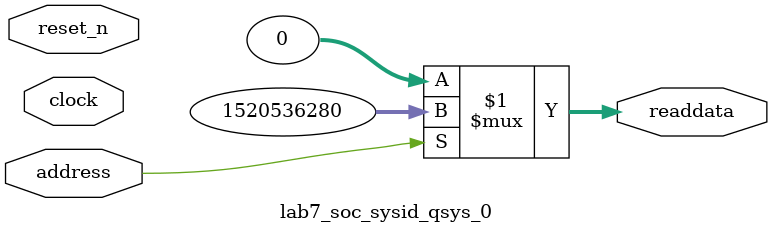
<source format=v>

`timescale 1ns / 1ps
// synthesis translate_on

// turn off superfluous verilog processor warnings 
// altera message_level Level1 
// altera message_off 10034 10035 10036 10037 10230 10240 10030 

module lab7_soc_sysid_qsys_0 (
               // inputs:
                address,
                clock,
                reset_n,

               // outputs:
                readdata
             )
;

  output  [ 31: 0] readdata;
  input            address;
  input            clock;
  input            reset_n;

  wire    [ 31: 0] readdata;
  //control_slave, which is an e_avalon_slave
  assign readdata = address ? 1520536280 : 0;

endmodule




</source>
